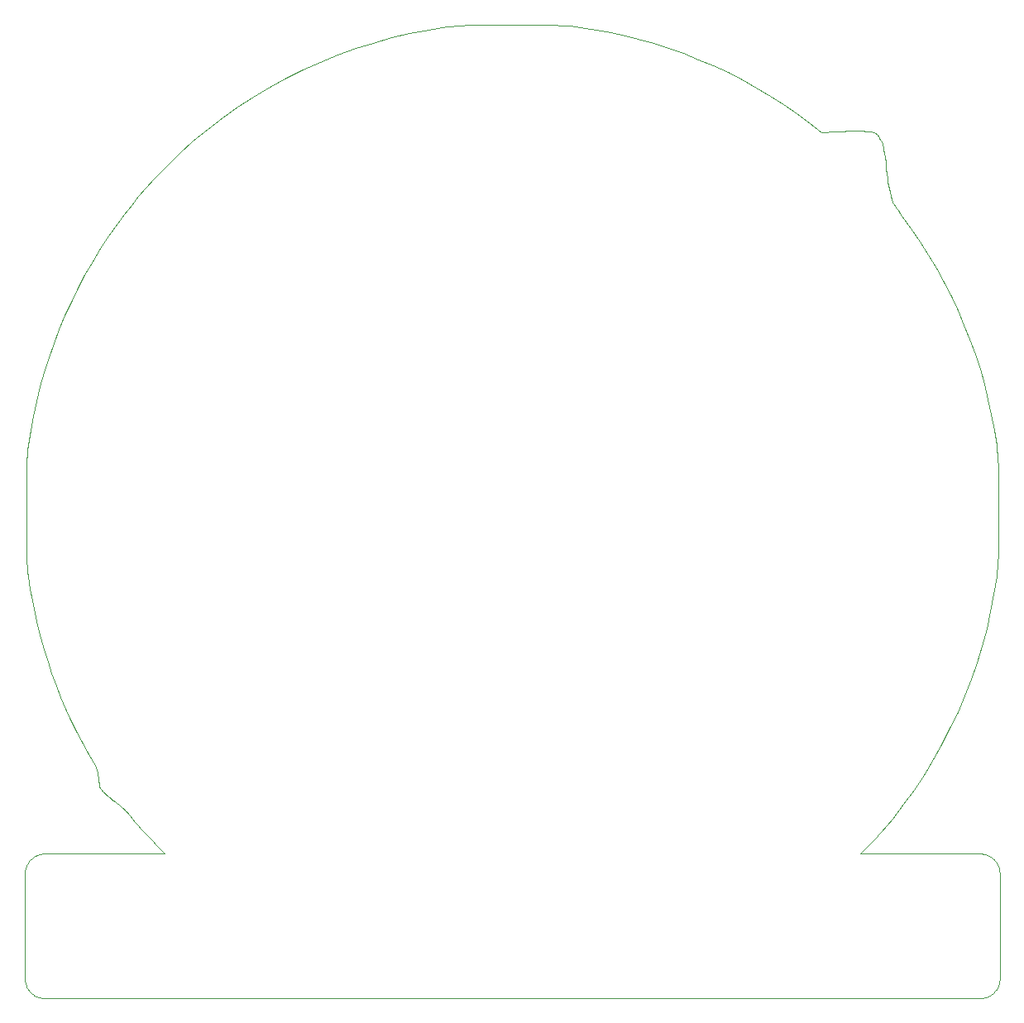
<source format=gbr>
%TF.GenerationSoftware,KiCad,Pcbnew,(6.0.9)*%
%TF.CreationDate,2023-02-14T14:54:29-08:00*%
%TF.ProjectId,DC31_Cnet_Badge_Front,44433331-5f43-46e6-9574-5f4261646765,rev?*%
%TF.SameCoordinates,Original*%
%TF.FileFunction,Profile,NP*%
%FSLAX46Y46*%
G04 Gerber Fmt 4.6, Leading zero omitted, Abs format (unit mm)*
G04 Created by KiCad (PCBNEW (6.0.9)) date 2023-02-14 14:54:29*
%MOMM*%
%LPD*%
G01*
G04 APERTURE LIST*
%TA.AperFunction,Profile*%
%ADD10C,0.099405*%
%TD*%
G04 APERTURE END LIST*
D10*
X146820024Y-82435756D02*
X146231745Y-80940672D01*
X50451139Y-135991292D02*
X50399119Y-136072431D01*
X148293698Y-149849890D02*
X148390451Y-149827555D01*
X137247914Y-61382170D02*
X137205711Y-61351588D01*
X82113758Y-53303047D02*
X80326919Y-54026898D01*
X59018857Y-129545056D02*
X59168255Y-129663859D01*
X58683678Y-71812558D02*
X57826912Y-73118888D01*
X57606254Y-127264015D02*
X57606254Y-127264015D01*
X149547409Y-106727802D02*
X149547409Y-106727802D01*
X58307339Y-128924985D02*
X58438461Y-129046587D01*
X149890541Y-147890663D02*
X149890541Y-137109413D01*
X53029706Y-82841940D02*
X52521689Y-84299092D01*
X93768073Y-50391369D02*
X93276943Y-50452169D01*
X149087289Y-135506942D02*
X149008886Y-135451182D01*
X148293818Y-135150211D02*
X148195338Y-135132614D01*
X131670464Y-61234973D02*
X131670464Y-61234973D01*
X147890663Y-149890541D02*
X147890663Y-149890541D01*
X149693297Y-148757670D02*
X149733348Y-148669086D01*
X52006399Y-149887926D02*
X52109310Y-149890541D01*
X51242316Y-149693246D02*
X51330898Y-149733302D01*
X122033441Y-55103160D02*
X120547713Y-54404961D01*
X137984575Y-62834107D02*
X137949630Y-62693188D01*
X50109554Y-147890663D02*
X50109554Y-147890663D01*
X103566902Y-50266715D02*
X102587162Y-50257088D01*
X136780973Y-133913220D02*
X137040748Y-133637249D01*
X149608223Y-106236714D02*
X149655630Y-105754650D01*
X148578270Y-149769159D02*
X148669086Y-149733348D01*
X149733396Y-136331052D02*
X149693351Y-136242471D01*
X61092218Y-131482576D02*
X61392586Y-131841515D01*
X57390822Y-126279358D02*
X57421611Y-126358165D01*
X94250245Y-50344016D02*
X93768073Y-50391369D01*
X57421611Y-126358165D02*
X57449385Y-126438362D01*
X149433908Y-135837411D02*
X149371056Y-135764847D01*
X149800603Y-148485350D02*
X149827555Y-148390451D01*
X57356656Y-126200824D02*
X57390822Y-126279358D01*
X50344035Y-105754650D02*
X50391381Y-106236714D01*
X149023229Y-90131043D02*
X148683266Y-88568149D01*
X149371056Y-135764847D02*
X149304842Y-135695393D01*
X51242426Y-135306779D02*
X51156197Y-135350945D01*
X137114349Y-61297624D02*
X137064681Y-61274019D01*
X50764703Y-149370903D02*
X50837263Y-149433762D01*
X51514746Y-135199473D02*
X51421826Y-135230918D01*
X63123632Y-133764400D02*
X63546136Y-134206563D01*
X130447289Y-60302730D02*
X130447289Y-60302730D01*
X50172509Y-148390406D02*
X50199456Y-148485299D01*
X147993696Y-135112150D02*
X147890785Y-135109535D01*
X91378622Y-50742639D02*
X89491458Y-51108854D01*
X50132595Y-148195188D02*
X50150180Y-148293660D01*
X50250114Y-100004700D02*
X50250114Y-100004700D01*
X57555629Y-126899292D02*
X57572876Y-127011285D01*
X138842125Y-68143595D02*
X138731312Y-67731982D01*
X148095256Y-135119885D02*
X147993696Y-135112150D01*
X50399056Y-148927575D02*
X50451070Y-149008713D01*
X149493273Y-135912958D02*
X149433908Y-135837411D01*
X136956098Y-61232999D02*
X136896674Y-61215361D01*
X149743854Y-97180923D02*
X149716755Y-95409194D01*
X57772196Y-128328951D02*
X57787069Y-128356658D01*
X57497325Y-126607394D02*
X57518214Y-126698463D01*
X61392586Y-131841515D02*
X61392586Y-131841515D01*
X65905489Y-63401766D02*
X65905489Y-63401766D01*
X135113129Y-61100451D02*
X134429317Y-61108015D01*
X149827586Y-136609670D02*
X149800640Y-136514777D01*
X148757781Y-135306830D02*
X148669198Y-135266774D01*
X50912807Y-149493134D02*
X50991210Y-149548894D01*
X50764794Y-135629103D02*
X50695340Y-135695321D01*
X109631588Y-50926928D02*
X108012321Y-50637115D01*
X83926601Y-52647911D02*
X82113758Y-53303047D01*
X149493199Y-149087191D02*
X149548957Y-149008785D01*
X87618421Y-51549409D02*
X85762478Y-52062896D01*
X61734867Y-67776886D02*
X60993137Y-68678369D01*
X105570199Y-50327428D02*
X105032843Y-50301279D01*
X137502475Y-133132441D02*
X137698524Y-132909149D01*
X147850971Y-85474829D02*
X147359991Y-83947690D01*
X135618027Y-135109535D02*
X135618027Y-135109535D01*
X50199492Y-136514726D02*
X50172540Y-136609625D01*
X51421826Y-135230918D02*
X51331010Y-135266728D01*
X137502145Y-61673928D02*
X137468458Y-61623140D01*
X60224686Y-130523553D02*
X60332564Y-130633741D01*
X50251352Y-98434105D02*
X50250114Y-100004700D01*
X50112156Y-147993563D02*
X50119878Y-148095113D01*
X50837263Y-149433762D02*
X50912807Y-149493134D01*
X149867482Y-148195217D02*
X149880204Y-148095134D01*
X149743855Y-102828398D02*
X149748724Y-101575273D01*
X148068702Y-113810839D02*
X148535872Y-112063133D01*
X58869243Y-129422161D02*
X59018857Y-129545056D01*
X148578385Y-135230959D02*
X148485467Y-135199509D01*
X149304842Y-135695393D02*
X149235393Y-135629173D01*
X73498988Y-57581336D02*
X71886709Y-58627675D01*
X140817830Y-71084925D02*
X139867386Y-69783806D01*
X52006521Y-135112144D02*
X51904961Y-135119872D01*
X119041239Y-53756144D02*
X117515178Y-53157186D01*
X57318753Y-126121446D02*
X57356656Y-126200824D01*
X60563652Y-130880186D02*
X60687224Y-131016815D01*
X58185680Y-128808120D02*
X58307339Y-128924985D01*
X138882483Y-131485494D02*
X140010748Y-130025905D01*
X60023362Y-130328306D02*
X60121679Y-130421803D01*
X139309166Y-69003596D02*
X139167150Y-68783924D01*
X136694822Y-61172583D02*
X136618830Y-61161329D01*
X62504024Y-66888012D02*
X61734867Y-67776886D01*
X131670464Y-61234973D02*
X130447289Y-60302730D01*
X59458661Y-129882130D02*
X59595797Y-129978065D01*
X57572876Y-127011285D02*
X57606254Y-127264015D01*
X115970686Y-52608562D02*
X114408924Y-52110748D01*
X50344035Y-94254313D02*
X50308484Y-94781848D01*
X57734813Y-128171263D02*
X57750490Y-128253794D01*
X59929553Y-130242875D02*
X60023362Y-130328306D01*
X137012015Y-61252515D02*
X136956098Y-61232999D01*
X57978491Y-128595666D02*
X58075419Y-128697758D01*
X57826912Y-73118888D02*
X57012034Y-74448310D01*
X59168255Y-129663859D02*
X59315502Y-129776806D01*
X50991210Y-149548894D02*
X51072346Y-149600917D01*
X106381573Y-50400492D02*
X106381573Y-50400492D01*
X137603030Y-61846755D02*
X137535633Y-61728052D01*
X60121679Y-130421803D02*
X60224686Y-130523553D01*
X142589327Y-73775515D02*
X141725369Y-72416042D01*
X51330898Y-149733302D02*
X51421711Y-149769117D01*
X60816388Y-131162632D02*
X61092218Y-131482576D01*
X51643504Y-87252394D02*
X51274310Y-88746122D01*
X50399119Y-136072431D02*
X50350964Y-136156178D01*
X54784066Y-121397652D02*
X55332819Y-122532951D01*
X50952364Y-90249619D02*
X50678155Y-91761675D01*
X64134732Y-65136723D02*
X63303136Y-66008905D01*
X133081238Y-61155391D02*
X131670464Y-61234973D01*
X50306745Y-148757605D02*
X50350906Y-148843831D01*
X148757670Y-149693297D02*
X148843899Y-149649131D01*
X135689346Y-61105782D02*
X135420036Y-61101404D01*
X138954322Y-68413361D02*
X138916572Y-68336043D01*
X137205711Y-61351588D02*
X137161275Y-61323443D01*
X149800640Y-136514777D02*
X149769201Y-136421862D01*
X136361165Y-61135012D02*
X136162105Y-61122550D01*
X146943783Y-117250403D02*
X147537761Y-115540470D01*
X51706278Y-149849865D02*
X51804758Y-149867463D01*
X133081238Y-61155391D02*
X133081238Y-61155391D01*
X149601040Y-136072501D02*
X149549025Y-135991363D01*
X51804878Y-135132595D02*
X51706398Y-135150186D01*
X147890785Y-135109535D02*
X135618027Y-135109535D01*
X50109554Y-137109413D02*
X50109554Y-147890663D01*
X94777942Y-50308465D02*
X94250245Y-50344016D01*
X52440971Y-115426757D02*
X52853060Y-116651314D01*
X50256164Y-97180923D02*
X50251352Y-98434105D01*
X55509892Y-77171583D02*
X54823602Y-78563012D01*
X137434318Y-61575574D02*
X137399470Y-61531120D01*
X57537528Y-126795390D02*
X57555629Y-126899292D01*
X139867386Y-69783806D02*
X139867386Y-69783806D01*
X61671523Y-132171477D02*
X61989019Y-132533614D01*
X50308484Y-105227199D02*
X50344035Y-105754650D01*
X80326919Y-54026898D02*
X78569053Y-54818058D01*
X50112162Y-137006502D02*
X50109554Y-137109413D01*
X148390451Y-149827555D02*
X148485350Y-149800603D01*
X136766291Y-61185265D02*
X136694822Y-61172583D01*
X50629040Y-149235229D02*
X50695254Y-149304684D01*
X50109554Y-137109413D02*
X50109554Y-137109413D01*
X144790969Y-122245778D02*
X145569653Y-120604681D01*
X148669086Y-149733348D02*
X148757670Y-149693297D01*
X55906107Y-123642409D02*
X56502999Y-124723365D01*
X139048584Y-68586725D02*
X138954322Y-68413361D01*
X144912955Y-78007625D02*
X144183796Y-76572950D01*
X127745731Y-58380260D02*
X126354568Y-57489292D01*
X138637662Y-67357399D02*
X138558217Y-67003325D01*
X63303136Y-66008905D02*
X62504024Y-66888012D01*
X149608220Y-93772190D02*
X149547409Y-93281078D01*
X139473780Y-69244376D02*
X139309166Y-69003596D01*
X139660138Y-69504900D02*
X139473780Y-69244376D01*
X135618027Y-135109535D02*
X136218366Y-134498436D01*
X147537761Y-115540470D02*
X148068702Y-113810839D01*
X50566188Y-149162666D02*
X50629040Y-149235229D01*
X51609527Y-149827525D02*
X51706278Y-149849865D01*
X105032843Y-50301279D02*
X104373603Y-50281243D01*
X51904840Y-149880192D02*
X52006399Y-149887926D01*
X50391381Y-93772190D02*
X50344035Y-94254313D01*
X143054039Y-125447771D02*
X143952187Y-123860682D01*
X70318250Y-59734293D02*
X68796581Y-60899785D01*
X149547409Y-93281078D02*
X149547409Y-93281078D01*
X50678155Y-91761675D02*
X50452169Y-93281078D01*
X50308484Y-94781848D02*
X50283085Y-95409194D01*
X137064681Y-61274019D02*
X137012015Y-61252515D01*
X57750490Y-128253794D02*
X57762834Y-128305298D01*
X50199456Y-148485299D02*
X50230894Y-148578214D01*
X111238216Y-51269455D02*
X109631588Y-50926928D01*
X149827555Y-148390451D02*
X149849890Y-148293698D01*
X54181149Y-79972689D02*
X53583022Y-81399402D01*
X149887933Y-147993574D02*
X149890541Y-147890663D01*
X71886709Y-58627675D02*
X70318250Y-59734293D01*
X137781026Y-62208599D02*
X137672684Y-61980147D01*
X50629123Y-135764774D02*
X50566266Y-135837338D01*
X57230295Y-125955690D02*
X57276753Y-126040107D01*
X51904961Y-135119872D02*
X51804878Y-135132595D01*
X52059460Y-85769647D02*
X51643504Y-87252394D01*
X57449385Y-126438362D02*
X57474502Y-126521066D01*
X149311502Y-91702567D02*
X149023229Y-90131043D01*
X148927645Y-149600976D02*
X149008785Y-149548957D01*
X149691264Y-105227199D02*
X149716758Y-104599948D01*
X149748724Y-101575273D02*
X149749985Y-100004700D01*
X59581844Y-70530531D02*
X59581844Y-70530531D01*
X50256164Y-102828398D02*
X50283085Y-104599948D01*
X141725369Y-72416042D02*
X140817830Y-71084925D01*
X149849915Y-136706416D02*
X149827586Y-136609670D01*
X137872056Y-62439877D02*
X137781026Y-62208599D01*
X50991311Y-135451120D02*
X50912905Y-135506877D01*
X148095134Y-149880204D02*
X148195217Y-149867482D01*
X100006248Y-50250114D02*
X100006248Y-50250114D01*
X50150180Y-148293660D02*
X50172509Y-148390406D01*
X59840073Y-130165322D02*
X59929553Y-130242875D01*
X50837357Y-135566247D02*
X50764794Y-135629103D01*
X137698524Y-132909149D02*
X138882483Y-131485494D01*
X100006248Y-50250114D02*
X97179028Y-50256158D01*
X149087191Y-149493199D02*
X149162739Y-149433830D01*
X138202464Y-64310849D02*
X138140164Y-63777362D01*
X138079828Y-63342725D02*
X138017602Y-62987736D01*
X93276943Y-50452169D02*
X93276943Y-50452169D01*
X62340151Y-132923058D02*
X62719996Y-133334943D01*
X149162833Y-135566315D02*
X149087289Y-135506942D01*
X54823602Y-78563012D02*
X54181149Y-79972689D01*
X137040748Y-133637249D02*
X137282232Y-133376065D01*
X140010748Y-130025905D02*
X141082585Y-128532006D01*
X149600976Y-148927645D02*
X149649131Y-148843899D01*
X100006248Y-50250114D02*
X100006248Y-50250114D01*
X68796581Y-60899785D02*
X67324671Y-62122744D01*
X50283085Y-104599948D02*
X50308484Y-105227199D01*
X135938844Y-61113105D02*
X135689346Y-61105782D01*
X138375548Y-65898959D02*
X138323356Y-65461722D01*
X57276753Y-126040107D02*
X57318753Y-126121446D01*
X75152118Y-56596683D02*
X73498988Y-57581336D01*
X137672684Y-61980147D02*
X137603030Y-61846755D01*
X59581844Y-70530531D02*
X58683678Y-71812558D01*
X51706398Y-135150186D02*
X51609645Y-135172521D01*
X50119891Y-136904942D02*
X50112162Y-137006502D01*
X120547713Y-54404961D02*
X119041239Y-53756144D01*
X50172540Y-136609625D02*
X50150205Y-136706378D01*
X50506823Y-149087118D02*
X50566188Y-149162666D01*
X89491458Y-51108854D02*
X87618421Y-51549409D01*
X138323356Y-65461722D02*
X138270584Y-64962394D01*
X139867386Y-69783806D02*
X139660138Y-69504900D01*
X137672684Y-61980147D02*
X137672684Y-61980147D01*
X138430118Y-66290625D02*
X138375548Y-65898959D01*
X138270584Y-64962394D02*
X138202464Y-64310849D01*
X57896833Y-128503608D02*
X57978491Y-128595666D01*
X149649131Y-148843899D02*
X149693297Y-148757670D01*
X55332819Y-122532951D02*
X55906107Y-123642409D01*
X147890785Y-135109535D02*
X147890785Y-135109535D01*
X52109432Y-135109535D02*
X52006521Y-135112144D01*
X142097260Y-127005420D02*
X143054039Y-125447771D01*
X149649190Y-136156245D02*
X149601040Y-136072501D01*
X145569653Y-120604681D02*
X146287502Y-118939015D01*
X51421711Y-149769117D02*
X51514629Y-149800567D01*
X53763898Y-119060186D02*
X54260782Y-120239176D01*
X50633777Y-107965484D02*
X50851107Y-109209279D01*
X57762834Y-128305298D02*
X57772196Y-128328951D01*
X54260782Y-120239176D02*
X54784066Y-121397652D01*
X146231745Y-80940672D02*
X145595830Y-79464080D01*
X139167150Y-68783924D02*
X139048584Y-68586725D01*
X146287502Y-118939015D02*
X146943783Y-117250403D01*
X141082585Y-128532006D02*
X142097260Y-127005420D01*
X114408924Y-52110748D02*
X112831048Y-51664221D01*
X57787069Y-128356658D02*
X57832381Y-128423350D01*
X148535872Y-112063133D02*
X148938536Y-110298976D01*
X50109554Y-147890663D02*
X50112156Y-147993563D01*
X149655627Y-94254313D02*
X149608220Y-93772190D01*
X52109310Y-149890541D02*
X52109310Y-149890541D01*
X148485350Y-149800603D02*
X148578270Y-149769159D01*
X76843129Y-55675122D02*
X75152118Y-56596683D01*
X149890541Y-147890663D02*
X149890541Y-147890663D01*
X149880204Y-148095134D02*
X149887933Y-147993574D01*
X57012034Y-74448310D02*
X56239532Y-75799612D01*
X51274310Y-88746122D02*
X50952364Y-90249619D01*
X143409028Y-75161698D02*
X142589327Y-73775515D01*
X137288136Y-61415302D02*
X137247914Y-61382170D01*
X57832381Y-128423350D02*
X57896833Y-128503608D01*
X53294347Y-117863344D02*
X53763898Y-119060186D01*
X148683266Y-88568149D02*
X148292288Y-87015530D01*
X137399470Y-61531120D02*
X137363660Y-61489665D01*
X149370973Y-149235302D02*
X149433830Y-149162739D01*
X148938536Y-110298976D02*
X149275960Y-108519991D01*
X51389207Y-111704558D02*
X51708112Y-112950716D01*
X143952187Y-123860682D02*
X144790969Y-122245778D01*
X51804758Y-149867463D02*
X51904840Y-149880192D01*
X60993137Y-68678369D02*
X60276306Y-69595304D01*
X50391381Y-106236714D02*
X50452169Y-106727802D01*
X137363660Y-61489665D02*
X137326634Y-61451096D01*
X50350906Y-148843831D02*
X50399056Y-148927575D01*
X50506896Y-135912885D02*
X50451139Y-135991292D01*
X61989019Y-132533614D02*
X62340151Y-132923058D01*
X57606254Y-127264015D02*
X57651452Y-127616404D01*
X149769159Y-148578270D02*
X149800603Y-148485350D01*
X149769201Y-136421862D02*
X149733396Y-136331052D01*
X137949630Y-62693188D02*
X137912284Y-62562578D01*
X53583022Y-81399402D02*
X53029706Y-82841940D01*
X63546136Y-134206563D02*
X63982586Y-134656564D01*
X97179028Y-50256158D02*
X95405650Y-50283069D01*
X149749985Y-100004700D02*
X149749985Y-100004700D01*
X104373603Y-50281243D02*
X103566902Y-50266715D01*
X149548957Y-149008785D02*
X149600976Y-148927645D01*
X138731312Y-67731982D02*
X138637662Y-67357399D01*
X124938026Y-56645801D02*
X123497265Y-55850266D01*
X149008886Y-135451182D02*
X148927750Y-135399159D01*
X138916572Y-68336043D02*
X138885218Y-68265196D01*
X149304755Y-149304755D02*
X149370973Y-149235302D01*
X52059011Y-114192337D02*
X52440971Y-115426757D01*
X64428060Y-135109535D02*
X64428060Y-135109535D01*
X136896674Y-61215361D02*
X136833490Y-61199487D01*
X138558217Y-67003325D02*
X138490022Y-66653241D01*
X137468458Y-61623140D02*
X137434318Y-61575574D01*
X129110357Y-59318232D02*
X127745731Y-58380260D01*
X51609645Y-135172521D02*
X51514746Y-135199473D01*
X148195217Y-149867482D02*
X148293698Y-149849890D01*
X145595830Y-79464080D02*
X144912955Y-78007625D01*
X52853060Y-116651314D02*
X53294347Y-117863344D01*
X148843899Y-149649131D02*
X148927645Y-149600976D01*
X126354568Y-57489292D02*
X124938026Y-56645801D01*
X134429317Y-61108015D02*
X133723493Y-61126865D01*
X58721348Y-129296941D02*
X58869243Y-129422161D01*
X148292288Y-87015530D02*
X147850971Y-85474829D01*
X58438461Y-129046587D02*
X58577109Y-129171161D01*
X148390569Y-135172552D02*
X148293818Y-135150211D01*
X57695996Y-127930225D02*
X57734813Y-128171263D01*
X102587162Y-50257088D02*
X100006248Y-50250114D01*
X59595797Y-129978065D02*
X59595797Y-129978065D01*
X112831048Y-51664221D02*
X111238216Y-51269455D01*
X60687224Y-131016815D02*
X60816388Y-131162632D01*
X147890663Y-149890541D02*
X147993574Y-149887933D01*
X136618830Y-61161329D02*
X136538059Y-61151391D01*
X52521689Y-84299092D02*
X52059460Y-85769647D01*
X50230936Y-136421806D02*
X50199492Y-136514726D01*
X108012321Y-50637115D02*
X106381573Y-50400492D01*
X144183796Y-76572950D02*
X143409028Y-75161698D01*
X149749985Y-100004700D02*
X149743854Y-97180923D01*
X59754740Y-130095461D02*
X59840073Y-130165322D01*
X60332564Y-130633741D02*
X60445492Y-130752557D01*
X56502999Y-124723365D02*
X57122563Y-125773155D01*
X57122563Y-125773155D02*
X57179018Y-125867078D01*
X149008785Y-149548957D02*
X149087191Y-149493199D01*
X59595797Y-129978065D02*
X59673375Y-130033105D01*
X51072451Y-135399101D02*
X50991311Y-135451120D01*
X149887939Y-137006513D02*
X149880217Y-136904963D01*
X137535633Y-61728052D02*
X137502145Y-61673928D01*
X65001340Y-64268624D02*
X64134732Y-65136723D01*
X130447289Y-60302730D02*
X129110357Y-59318232D01*
X138885218Y-68265196D02*
X138860367Y-68200990D01*
X50566266Y-135837338D02*
X50506896Y-135912885D01*
X136162105Y-61122550D02*
X135938844Y-61113105D01*
X60276306Y-69595304D02*
X59581844Y-70530531D01*
X148844006Y-135351000D02*
X148757781Y-135306830D01*
X149733348Y-148669086D02*
X149769159Y-148578270D01*
X50452169Y-93281078D02*
X50391381Y-93772190D01*
X136218366Y-134498436D02*
X136780973Y-133913220D01*
X149275960Y-108519991D02*
X149547409Y-106727802D01*
X135420036Y-61101404D02*
X135113129Y-61100451D01*
X136833490Y-61199487D02*
X136766291Y-61185265D01*
X137161275Y-61323443D02*
X137114349Y-61297624D01*
X138490022Y-66653241D02*
X138430118Y-66290625D01*
X56239532Y-75799612D02*
X55509892Y-77171583D01*
X58075419Y-128697758D02*
X58185680Y-128808120D01*
X50695340Y-135695321D02*
X50629123Y-135764774D01*
X138017602Y-62987736D02*
X137984575Y-62834107D01*
X137698524Y-132909149D02*
X137698524Y-132909149D01*
X51156090Y-149649076D02*
X51242316Y-149693246D01*
X148195338Y-135132614D02*
X148095256Y-135119885D01*
X149716755Y-95409194D02*
X149691261Y-94781848D01*
X50912905Y-135506877D02*
X50837357Y-135566247D01*
X51072346Y-149600917D02*
X51156090Y-149649076D01*
X57651452Y-127616404D02*
X57695996Y-127930225D01*
X93276943Y-50452169D02*
X91378622Y-50742639D01*
X67324671Y-62122744D02*
X65905489Y-63401766D01*
X149549025Y-135991363D02*
X149493273Y-135912958D01*
X138270584Y-64962394D02*
X138270584Y-64962394D01*
X149733744Y-103818485D02*
X149743855Y-102828398D01*
X137282232Y-133376065D02*
X137502475Y-133132441D01*
X50150205Y-136706378D02*
X50132613Y-136804859D01*
X149235393Y-135629173D02*
X149162833Y-135566315D01*
X85762478Y-52062896D02*
X83926601Y-52647911D01*
X50119878Y-148095113D02*
X50132595Y-148195188D01*
X50132613Y-136804859D02*
X50119891Y-136904942D01*
X62719996Y-133334943D02*
X63123632Y-133764400D01*
X59673375Y-130033105D02*
X59754740Y-130095461D01*
X138140164Y-63777362D02*
X138079828Y-63342725D01*
X52109310Y-149890541D02*
X147890663Y-149890541D01*
X50266747Y-136330991D02*
X50230936Y-136421806D01*
X57518214Y-126698463D02*
X57537528Y-126795390D01*
X149691261Y-94781848D02*
X149655627Y-94254313D01*
X51514629Y-149800567D02*
X51609527Y-149827525D01*
X61392586Y-131841515D02*
X61671523Y-132171477D01*
X123497265Y-55850266D02*
X122033441Y-55103160D01*
X57474502Y-126521066D02*
X57497325Y-126607394D01*
X51103228Y-110456525D02*
X51389207Y-111704558D01*
X149849890Y-148293698D02*
X149867482Y-148195217D01*
X137912284Y-62562578D02*
X137872056Y-62439877D01*
X57122563Y-125773155D02*
X57122563Y-125773155D01*
X65905489Y-63401766D02*
X65001340Y-64268624D01*
X50451070Y-149008713D02*
X50506823Y-149087118D01*
X57762834Y-128305298D02*
X57762834Y-128305298D01*
X148485467Y-135199509D02*
X148390569Y-135172552D01*
X149867500Y-136804889D02*
X149849915Y-136706416D01*
X50306798Y-136242406D02*
X50266747Y-136330991D01*
X106381573Y-50400492D02*
X106011249Y-50360297D01*
X148669198Y-135266774D02*
X148578385Y-135230959D01*
X138860367Y-68200990D02*
X138842125Y-68143595D01*
X50452169Y-93281078D02*
X50452169Y-93281078D01*
X149433830Y-149162739D02*
X149493199Y-149087191D01*
X51156197Y-135350945D02*
X51072451Y-135399101D01*
X133723493Y-61126865D02*
X133081238Y-61155391D01*
X136538059Y-61151391D02*
X136361165Y-61135012D01*
X50695254Y-149304684D02*
X50764703Y-149370903D01*
X149655630Y-105754650D02*
X149691264Y-105227199D01*
X50230894Y-148578214D02*
X50266699Y-148669024D01*
X149890541Y-137109413D02*
X149890541Y-137109413D01*
X117515178Y-53157186D02*
X115970686Y-52608562D01*
X149235302Y-149370973D02*
X149304755Y-149304755D01*
X149162739Y-149433830D02*
X149235302Y-149370973D01*
X78569053Y-54818058D02*
X76843129Y-55675122D01*
X50250114Y-100004700D02*
X50256164Y-102828398D01*
X50350964Y-136156178D02*
X50306798Y-136242406D01*
X149716758Y-104599948D02*
X149733744Y-103818485D01*
X137326634Y-61451096D02*
X137288136Y-61415302D01*
X52109432Y-135109535D02*
X52109432Y-135109535D01*
X50283085Y-95409194D02*
X50266193Y-96190753D01*
X57179018Y-125867078D02*
X57230295Y-125955690D01*
X138842125Y-68143595D02*
X138842125Y-68143595D01*
X50452169Y-106727802D02*
X50633777Y-107965484D01*
X50851107Y-109209279D02*
X51103228Y-110456525D01*
X149693351Y-136242471D02*
X149649190Y-136156245D01*
X58577109Y-129171161D02*
X58721348Y-129296941D01*
X51708112Y-112950716D02*
X52059011Y-114192337D01*
X147359991Y-83947690D02*
X146820024Y-82435756D01*
X50452169Y-106727802D02*
X50452169Y-106727802D01*
X50266699Y-148669024D02*
X50306745Y-148757605D01*
X135689346Y-61105782D02*
X135689346Y-61105782D01*
X63982586Y-134656564D02*
X64428060Y-135109535D01*
X59315502Y-129776806D02*
X59458661Y-129882130D01*
X149880217Y-136904963D02*
X149867500Y-136804889D01*
X51331010Y-135266728D02*
X51242426Y-135306779D01*
X149547409Y-106727802D02*
X149608223Y-106236714D01*
X149547409Y-93281078D02*
X149311502Y-91702567D01*
X148927750Y-135399159D02*
X148844006Y-135351000D01*
X95405650Y-50283069D02*
X94777942Y-50308465D01*
X60445492Y-130752557D02*
X60563652Y-130880186D01*
X106011249Y-50360297D02*
X105570199Y-50327428D01*
X50266193Y-96190753D02*
X50256164Y-97180923D01*
X64428060Y-135109535D02*
X52109432Y-135109535D01*
X149890541Y-137109413D02*
X149887939Y-137006513D01*
X147993574Y-149887933D02*
X148095134Y-149880204D01*
M02*

</source>
